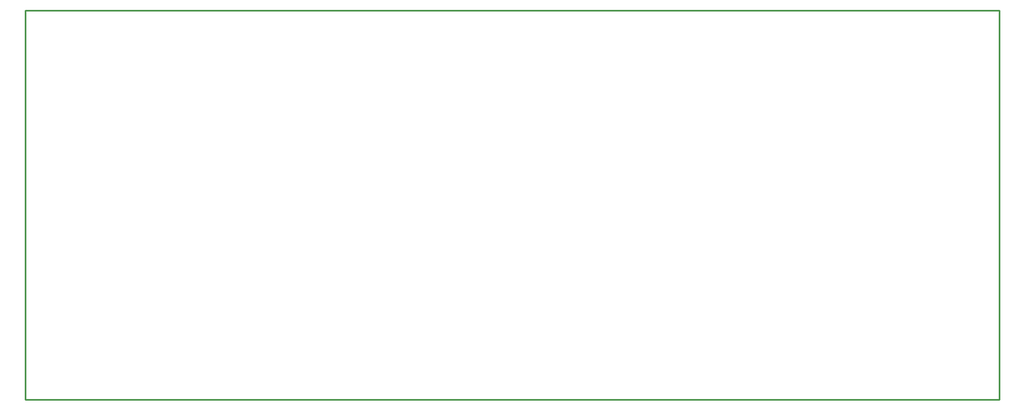
<source format=gm1>
%FSLAX24Y24*%
%MOIN*%
G70*
G01*
G75*
G04 Layer_Color=16711935*
%ADD10R,0.0374X0.0551*%
%ADD11R,0.0551X0.0374*%
G04:AMPARAMS|DCode=12|XSize=228.3mil|YSize=244.1mil|CornerRadius=57.1mil|HoleSize=0mil|Usage=FLASHONLY|Rotation=0.000|XOffset=0mil|YOffset=0mil|HoleType=Round|Shape=RoundedRectangle|*
%AMROUNDEDRECTD12*
21,1,0.2283,0.1299,0,0,0.0*
21,1,0.1142,0.2441,0,0,0.0*
1,1,0.1142,0.0571,-0.0650*
1,1,0.1142,-0.0571,-0.0650*
1,1,0.1142,-0.0571,0.0650*
1,1,0.1142,0.0571,0.0650*
%
%ADD12ROUNDEDRECTD12*%
G04:AMPARAMS|DCode=13|XSize=63mil|YSize=118.1mil|CornerRadius=15.7mil|HoleSize=0mil|Usage=FLASHONLY|Rotation=0.000|XOffset=0mil|YOffset=0mil|HoleType=Round|Shape=RoundedRectangle|*
%AMROUNDEDRECTD13*
21,1,0.0630,0.0866,0,0,0.0*
21,1,0.0315,0.1181,0,0,0.0*
1,1,0.0315,0.0157,-0.0433*
1,1,0.0315,-0.0157,-0.0433*
1,1,0.0315,-0.0157,0.0433*
1,1,0.0315,0.0157,0.0433*
%
%ADD13ROUNDEDRECTD13*%
G04:AMPARAMS|DCode=14|XSize=40mil|YSize=60mil|CornerRadius=10mil|HoleSize=0mil|Usage=FLASHONLY|Rotation=270.000|XOffset=0mil|YOffset=0mil|HoleType=Round|Shape=RoundedRectangle|*
%AMROUNDEDRECTD14*
21,1,0.0400,0.0400,0,0,270.0*
21,1,0.0200,0.0600,0,0,270.0*
1,1,0.0200,-0.0200,-0.0100*
1,1,0.0200,-0.0200,0.0100*
1,1,0.0200,0.0200,0.0100*
1,1,0.0200,0.0200,-0.0100*
%
%ADD14ROUNDEDRECTD14*%
G04:AMPARAMS|DCode=15|XSize=40mil|YSize=60mil|CornerRadius=10mil|HoleSize=0mil|Usage=FLASHONLY|Rotation=180.000|XOffset=0mil|YOffset=0mil|HoleType=Round|Shape=RoundedRectangle|*
%AMROUNDEDRECTD15*
21,1,0.0400,0.0400,0,0,180.0*
21,1,0.0200,0.0600,0,0,180.0*
1,1,0.0200,-0.0100,0.0200*
1,1,0.0200,0.0100,0.0200*
1,1,0.0200,0.0100,-0.0200*
1,1,0.0200,-0.0100,-0.0200*
%
%ADD15ROUNDEDRECTD15*%
%ADD16C,0.0197*%
%ADD17C,0.0394*%
%ADD18C,0.0295*%
%ADD19C,0.0138*%
%ADD20C,0.0118*%
%ADD21C,0.0630*%
%ADD22R,0.0591X0.0591*%
%ADD23C,0.0591*%
%ADD24R,0.0630X0.0630*%
%ADD25C,0.0748*%
G04:AMPARAMS|DCode=26|XSize=98.4mil|YSize=98.4mil|CornerRadius=0mil|HoleSize=0mil|Usage=FLASHONLY|Rotation=90.000|XOffset=0mil|YOffset=0mil|HoleType=Round|Shape=Octagon|*
%AMOCTAGOND26*
4,1,8,0.0246,0.0492,-0.0246,0.0492,-0.0492,0.0246,-0.0492,-0.0246,-0.0246,-0.0492,0.0246,-0.0492,0.0492,-0.0246,0.0492,0.0246,0.0246,0.0492,0.0*
%
%ADD26OCTAGOND26*%

%ADD27C,0.0984*%
%ADD28C,0.0787*%
G04:AMPARAMS|DCode=29|XSize=78.7mil|YSize=78.7mil|CornerRadius=0mil|HoleSize=0mil|Usage=FLASHONLY|Rotation=0.000|XOffset=0mil|YOffset=0mil|HoleType=Round|Shape=Octagon|*
%AMOCTAGOND29*
4,1,8,0.0394,-0.0197,0.0394,0.0197,0.0197,0.0394,-0.0197,0.0394,-0.0394,0.0197,-0.0394,-0.0197,-0.0197,-0.0394,0.0197,-0.0394,0.0394,-0.0197,0.0*
%
%ADD29OCTAGOND29*%

G04:AMPARAMS|DCode=30|XSize=59.1mil|YSize=59.1mil|CornerRadius=0mil|HoleSize=0mil|Usage=FLASHONLY|Rotation=180.000|XOffset=0mil|YOffset=0mil|HoleType=Round|Shape=Octagon|*
%AMOCTAGOND30*
4,1,8,-0.0295,0.0148,-0.0295,-0.0148,-0.0148,-0.0295,0.0148,-0.0295,0.0295,-0.0148,0.0295,0.0148,0.0148,0.0295,-0.0148,0.0295,-0.0295,0.0148,0.0*
%
%ADD30OCTAGOND30*%

%ADD31C,0.2559*%
%ADD32C,0.1181*%
%ADD33R,0.0591X0.0591*%
%ADD34C,0.0709*%
%ADD35C,0.1575*%
%ADD36R,0.1575X0.1575*%
G04:AMPARAMS|DCode=37|XSize=59.1mil|YSize=59.1mil|CornerRadius=0mil|HoleSize=0mil|Usage=FLASHONLY|Rotation=270.000|XOffset=0mil|YOffset=0mil|HoleType=Round|Shape=Octagon|*
%AMOCTAGOND37*
4,1,8,-0.0148,-0.0295,0.0148,-0.0295,0.0295,-0.0148,0.0295,0.0148,0.0148,0.0295,-0.0148,0.0295,-0.0295,0.0148,-0.0295,-0.0148,-0.0148,-0.0295,0.0*
%
%ADD37OCTAGOND37*%

%ADD38C,0.0669*%
%ADD39C,0.0500*%
%ADD40R,0.0551X0.0413*%
G04:AMPARAMS|DCode=41|XSize=80mil|YSize=130mil|CornerRadius=20mil|HoleSize=0mil|Usage=FLASHONLY|Rotation=270.000|XOffset=0mil|YOffset=0mil|HoleType=Round|Shape=RoundedRectangle|*
%AMROUNDEDRECTD41*
21,1,0.0800,0.0900,0,0,270.0*
21,1,0.0400,0.1300,0,0,270.0*
1,1,0.0400,-0.0450,-0.0200*
1,1,0.0400,-0.0450,0.0200*
1,1,0.0400,0.0450,0.0200*
1,1,0.0400,0.0450,-0.0200*
%
%ADD41ROUNDEDRECTD41*%
G04:AMPARAMS|DCode=42|XSize=39.4mil|YSize=98.4mil|CornerRadius=9.8mil|HoleSize=0mil|Usage=FLASHONLY|Rotation=180.000|XOffset=0mil|YOffset=0mil|HoleType=Round|Shape=RoundedRectangle|*
%AMROUNDEDRECTD42*
21,1,0.0394,0.0787,0,0,180.0*
21,1,0.0197,0.0984,0,0,180.0*
1,1,0.0197,-0.0098,0.0394*
1,1,0.0197,0.0098,0.0394*
1,1,0.0197,0.0098,-0.0394*
1,1,0.0197,-0.0098,-0.0394*
%
%ADD42ROUNDEDRECTD42*%
%ADD43C,0.0787*%
%ADD44C,0.1181*%
%ADD45R,0.5000X0.2700*%
%ADD46R,0.3850X0.3250*%
%ADD47C,0.0079*%
%ADD48C,0.0050*%
%ADD49C,0.0049*%
%ADD50C,0.0100*%
%ADD51C,0.0039*%
%ADD52C,0.0315*%
%ADD53C,0.0059*%
%ADD54R,0.0883X0.0118*%
%ADD55R,0.0200X0.0800*%
%ADD56R,0.0454X0.0631*%
%ADD57R,0.0631X0.0454*%
G04:AMPARAMS|DCode=58|XSize=236.3mil|YSize=252.1mil|CornerRadius=61.1mil|HoleSize=0mil|Usage=FLASHONLY|Rotation=0.000|XOffset=0mil|YOffset=0mil|HoleType=Round|Shape=RoundedRectangle|*
%AMROUNDEDRECTD58*
21,1,0.2363,0.1299,0,0,0.0*
21,1,0.1142,0.2521,0,0,0.0*
1,1,0.1222,0.0571,-0.0650*
1,1,0.1222,-0.0571,-0.0650*
1,1,0.1222,-0.0571,0.0650*
1,1,0.1222,0.0571,0.0650*
%
%ADD58ROUNDEDRECTD58*%
G04:AMPARAMS|DCode=59|XSize=71mil|YSize=126.1mil|CornerRadius=19.7mil|HoleSize=0mil|Usage=FLASHONLY|Rotation=0.000|XOffset=0mil|YOffset=0mil|HoleType=Round|Shape=RoundedRectangle|*
%AMROUNDEDRECTD59*
21,1,0.0710,0.0866,0,0,0.0*
21,1,0.0315,0.1261,0,0,0.0*
1,1,0.0395,0.0157,-0.0433*
1,1,0.0395,-0.0157,-0.0433*
1,1,0.0395,-0.0157,0.0433*
1,1,0.0395,0.0157,0.0433*
%
%ADD59ROUNDEDRECTD59*%
G04:AMPARAMS|DCode=60|XSize=48mil|YSize=68mil|CornerRadius=14mil|HoleSize=0mil|Usage=FLASHONLY|Rotation=270.000|XOffset=0mil|YOffset=0mil|HoleType=Round|Shape=RoundedRectangle|*
%AMROUNDEDRECTD60*
21,1,0.0480,0.0400,0,0,270.0*
21,1,0.0200,0.0680,0,0,270.0*
1,1,0.0280,-0.0200,-0.0100*
1,1,0.0280,-0.0200,0.0100*
1,1,0.0280,0.0200,0.0100*
1,1,0.0280,0.0200,-0.0100*
%
%ADD60ROUNDEDRECTD60*%
G04:AMPARAMS|DCode=61|XSize=48mil|YSize=68mil|CornerRadius=14mil|HoleSize=0mil|Usage=FLASHONLY|Rotation=180.000|XOffset=0mil|YOffset=0mil|HoleType=Round|Shape=RoundedRectangle|*
%AMROUNDEDRECTD61*
21,1,0.0480,0.0400,0,0,180.0*
21,1,0.0200,0.0680,0,0,180.0*
1,1,0.0280,-0.0100,0.0200*
1,1,0.0280,0.0100,0.0200*
1,1,0.0280,0.0100,-0.0200*
1,1,0.0280,-0.0100,-0.0200*
%
%ADD61ROUNDEDRECTD61*%
%ADD62C,0.0710*%
%ADD63R,0.0671X0.0671*%
%ADD64C,0.0671*%
%ADD65R,0.0710X0.0710*%
%ADD66C,0.0828*%
G04:AMPARAMS|DCode=67|XSize=106.4mil|YSize=106.4mil|CornerRadius=0mil|HoleSize=0mil|Usage=FLASHONLY|Rotation=90.000|XOffset=0mil|YOffset=0mil|HoleType=Round|Shape=Octagon|*
%AMOCTAGOND67*
4,1,8,0.0266,0.0532,-0.0266,0.0532,-0.0532,0.0266,-0.0532,-0.0266,-0.0266,-0.0532,0.0266,-0.0532,0.0532,-0.0266,0.0532,0.0266,0.0266,0.0532,0.0*
%
%ADD67OCTAGOND67*%

%ADD68C,0.1064*%
%ADD69C,0.0867*%
G04:AMPARAMS|DCode=70|XSize=86.7mil|YSize=86.7mil|CornerRadius=0mil|HoleSize=0mil|Usage=FLASHONLY|Rotation=0.000|XOffset=0mil|YOffset=0mil|HoleType=Round|Shape=Octagon|*
%AMOCTAGOND70*
4,1,8,0.0434,-0.0217,0.0434,0.0217,0.0217,0.0434,-0.0217,0.0434,-0.0434,0.0217,-0.0434,-0.0217,-0.0217,-0.0434,0.0217,-0.0434,0.0434,-0.0217,0.0*
%
%ADD70OCTAGOND70*%

G04:AMPARAMS|DCode=71|XSize=67.1mil|YSize=67.1mil|CornerRadius=0mil|HoleSize=0mil|Usage=FLASHONLY|Rotation=180.000|XOffset=0mil|YOffset=0mil|HoleType=Round|Shape=Octagon|*
%AMOCTAGOND71*
4,1,8,-0.0335,0.0168,-0.0335,-0.0168,-0.0168,-0.0335,0.0168,-0.0335,0.0335,-0.0168,0.0335,0.0168,0.0168,0.0335,-0.0168,0.0335,-0.0335,0.0168,0.0*
%
%ADD71OCTAGOND71*%

%ADD72C,0.2639*%
%ADD73C,0.1261*%
%ADD74R,0.0671X0.0671*%
%ADD75C,0.0789*%
%ADD76C,0.1655*%
%ADD77R,0.1655X0.1655*%
G04:AMPARAMS|DCode=78|XSize=67.1mil|YSize=67.1mil|CornerRadius=0mil|HoleSize=0mil|Usage=FLASHONLY|Rotation=270.000|XOffset=0mil|YOffset=0mil|HoleType=Round|Shape=Octagon|*
%AMOCTAGOND78*
4,1,8,-0.0168,-0.0335,0.0168,-0.0335,0.0335,-0.0168,0.0335,0.0168,0.0168,0.0335,-0.0168,0.0335,-0.0335,0.0168,-0.0335,-0.0168,-0.0168,-0.0335,0.0*
%
%ADD78OCTAGOND78*%

%ADD79C,0.0749*%
%ADD80R,0.0631X0.0493*%
G04:AMPARAMS|DCode=81|XSize=88mil|YSize=138mil|CornerRadius=24mil|HoleSize=0mil|Usage=FLASHONLY|Rotation=270.000|XOffset=0mil|YOffset=0mil|HoleType=Round|Shape=RoundedRectangle|*
%AMROUNDEDRECTD81*
21,1,0.0880,0.0900,0,0,270.0*
21,1,0.0400,0.1380,0,0,270.0*
1,1,0.0480,-0.0450,-0.0200*
1,1,0.0480,-0.0450,0.0200*
1,1,0.0480,0.0450,0.0200*
1,1,0.0480,0.0450,-0.0200*
%
%ADD81ROUNDEDRECTD81*%
G04:AMPARAMS|DCode=82|XSize=47.4mil|YSize=106.4mil|CornerRadius=13.8mil|HoleSize=0mil|Usage=FLASHONLY|Rotation=180.000|XOffset=0mil|YOffset=0mil|HoleType=Round|Shape=RoundedRectangle|*
%AMROUNDEDRECTD82*
21,1,0.0474,0.0787,0,0,180.0*
21,1,0.0197,0.1064,0,0,180.0*
1,1,0.0277,-0.0098,0.0394*
1,1,0.0277,0.0098,0.0394*
1,1,0.0277,0.0098,-0.0394*
1,1,0.0277,-0.0098,-0.0394*
%
%ADD82ROUNDEDRECTD82*%
%ADD83R,0.2500X0.0200*%
D50*
X9843Y9843D02*
X68898D01*
X9843D02*
Y33465D01*
X68898Y9843D02*
Y33465D01*
X9843D02*
X68898D01*
M02*

</source>
